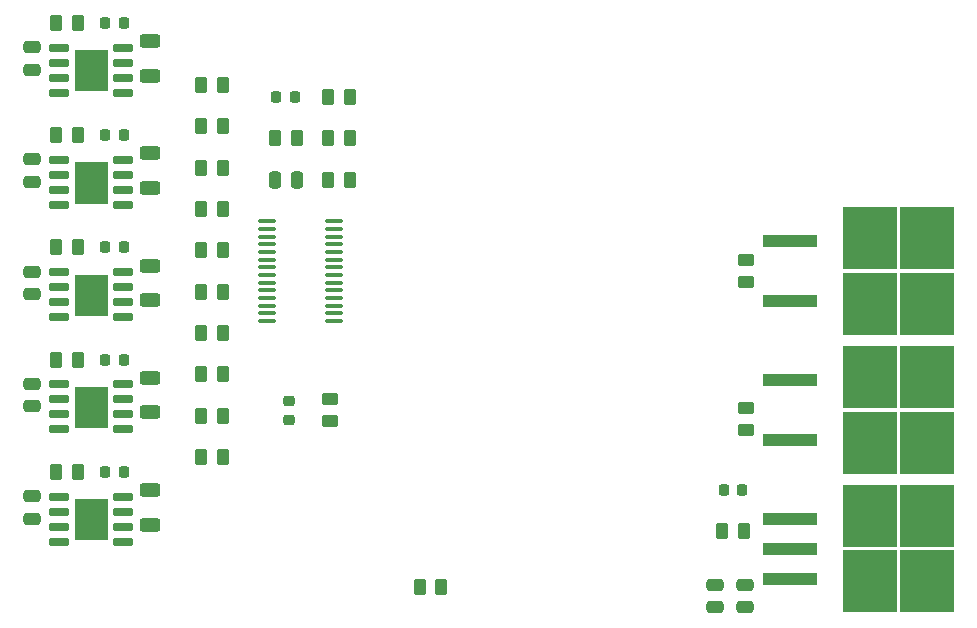
<source format=gbr>
%TF.GenerationSoftware,KiCad,Pcbnew,(6.0.9)*%
%TF.CreationDate,2023-04-06T06:38:54+10:00*%
%TF.ProjectId,Bulma,42756c6d-612e-46b6-9963-61645f706362,rev?*%
%TF.SameCoordinates,Original*%
%TF.FileFunction,Paste,Top*%
%TF.FilePolarity,Positive*%
%FSLAX46Y46*%
G04 Gerber Fmt 4.6, Leading zero omitted, Abs format (unit mm)*
G04 Created by KiCad (PCBNEW (6.0.9)) date 2023-04-06 06:38:54*
%MOMM*%
%LPD*%
G01*
G04 APERTURE LIST*
G04 Aperture macros list*
%AMRoundRect*
0 Rectangle with rounded corners*
0 $1 Rounding radius*
0 $2 $3 $4 $5 $6 $7 $8 $9 X,Y pos of 4 corners*
0 Add a 4 corners polygon primitive as box body*
4,1,4,$2,$3,$4,$5,$6,$7,$8,$9,$2,$3,0*
0 Add four circle primitives for the rounded corners*
1,1,$1+$1,$2,$3*
1,1,$1+$1,$4,$5*
1,1,$1+$1,$6,$7*
1,1,$1+$1,$8,$9*
0 Add four rect primitives between the rounded corners*
20,1,$1+$1,$2,$3,$4,$5,0*
20,1,$1+$1,$4,$5,$6,$7,0*
20,1,$1+$1,$6,$7,$8,$9,0*
20,1,$1+$1,$8,$9,$2,$3,0*%
G04 Aperture macros list end*
%ADD10C,0.010000*%
%ADD11R,4.550000X5.250000*%
%ADD12R,4.600000X1.100000*%
%ADD13RoundRect,0.250000X-0.262500X-0.450000X0.262500X-0.450000X0.262500X0.450000X-0.262500X0.450000X0*%
%ADD14RoundRect,0.250000X0.475000X-0.250000X0.475000X0.250000X-0.475000X0.250000X-0.475000X-0.250000X0*%
%ADD15RoundRect,0.250000X-0.475000X0.250000X-0.475000X-0.250000X0.475000X-0.250000X0.475000X0.250000X0*%
%ADD16RoundRect,0.006000X0.769000X0.294000X-0.769000X0.294000X-0.769000X-0.294000X0.769000X-0.294000X0*%
%ADD17RoundRect,0.250000X0.250000X0.475000X-0.250000X0.475000X-0.250000X-0.475000X0.250000X-0.475000X0*%
%ADD18RoundRect,0.250000X-0.625000X0.312500X-0.625000X-0.312500X0.625000X-0.312500X0.625000X0.312500X0*%
%ADD19RoundRect,0.218750X0.218750X0.256250X-0.218750X0.256250X-0.218750X-0.256250X0.218750X-0.256250X0*%
%ADD20RoundRect,0.250000X0.262500X0.450000X-0.262500X0.450000X-0.262500X-0.450000X0.262500X-0.450000X0*%
%ADD21RoundRect,0.250000X-0.450000X0.262500X-0.450000X-0.262500X0.450000X-0.262500X0.450000X0.262500X0*%
%ADD22RoundRect,0.218750X-0.256250X0.218750X-0.256250X-0.218750X0.256250X-0.218750X0.256250X0.218750X0*%
%ADD23RoundRect,0.250000X0.450000X-0.262500X0.450000X0.262500X-0.450000X0.262500X-0.450000X-0.262500X0*%
%ADD24RoundRect,0.100000X-0.637500X-0.100000X0.637500X-0.100000X0.637500X0.100000X-0.637500X0.100000X0*%
G04 APERTURE END LIST*
%TO.C,U2*%
G36*
X118605000Y-109200000D02*
G01*
X115895000Y-109200000D01*
X115895000Y-105800000D01*
X118605000Y-105800000D01*
X118605000Y-109200000D01*
G37*
D10*
X118605000Y-109200000D02*
X115895000Y-109200000D01*
X115895000Y-105800000D01*
X118605000Y-105800000D01*
X118605000Y-109200000D01*
%TO.C,U1*%
G36*
X118605000Y-99700000D02*
G01*
X115895000Y-99700000D01*
X115895000Y-96300000D01*
X118605000Y-96300000D01*
X118605000Y-99700000D01*
G37*
X118605000Y-99700000D02*
X115895000Y-99700000D01*
X115895000Y-96300000D01*
X118605000Y-96300000D01*
X118605000Y-99700000D01*
%TO.C,U7*%
G36*
X118605000Y-137700000D02*
G01*
X115895000Y-137700000D01*
X115895000Y-134300000D01*
X118605000Y-134300000D01*
X118605000Y-137700000D01*
G37*
X118605000Y-137700000D02*
X115895000Y-137700000D01*
X115895000Y-134300000D01*
X118605000Y-134300000D01*
X118605000Y-137700000D01*
%TO.C,U4*%
G36*
X118605000Y-128200000D02*
G01*
X115895000Y-128200000D01*
X115895000Y-124800000D01*
X118605000Y-124800000D01*
X118605000Y-128200000D01*
G37*
X118605000Y-128200000D02*
X115895000Y-128200000D01*
X115895000Y-124800000D01*
X118605000Y-124800000D01*
X118605000Y-128200000D01*
%TO.C,U3*%
G36*
X118605000Y-118700000D02*
G01*
X115895000Y-118700000D01*
X115895000Y-115300000D01*
X118605000Y-115300000D01*
X118605000Y-118700000D01*
G37*
X118605000Y-118700000D02*
X115895000Y-118700000D01*
X115895000Y-115300000D01*
X118605000Y-115300000D01*
X118605000Y-118700000D01*
%TD*%
D11*
%TO.C,U10*%
X188050000Y-141275000D03*
X183200000Y-135725000D03*
X188050000Y-135725000D03*
X183200000Y-141275000D03*
D12*
X176475000Y-135960000D03*
X176475000Y-138500000D03*
X176475000Y-141040000D03*
%TD*%
D13*
%TO.C,R16*%
X126587500Y-127250000D03*
X128412500Y-127250000D03*
%TD*%
D14*
%TO.C,C2*%
X170125000Y-143450000D03*
X170125000Y-141550000D03*
%TD*%
D15*
%TO.C,C8*%
X112250000Y-134050000D03*
X112250000Y-135950000D03*
%TD*%
D13*
%TO.C,R23*%
X137337500Y-107250000D03*
X139162500Y-107250000D03*
%TD*%
D14*
%TO.C,C1*%
X172625000Y-143450000D03*
X172625000Y-141550000D03*
%TD*%
D16*
%TO.C,U2*%
X119950000Y-109405000D03*
X119950000Y-108135000D03*
X119950000Y-106865000D03*
X119950000Y-105595000D03*
X114550000Y-105595000D03*
X114550000Y-106865000D03*
X114550000Y-108135000D03*
X114550000Y-109405000D03*
%TD*%
D17*
%TO.C,C9*%
X134700000Y-107250000D03*
X132800000Y-107250000D03*
%TD*%
D18*
%TO.C,R3*%
X122250000Y-95537500D03*
X122250000Y-98462500D03*
%TD*%
D13*
%TO.C,R14*%
X126587500Y-120250000D03*
X128412500Y-120250000D03*
%TD*%
%TO.C,R28*%
X145087500Y-141750000D03*
X146912500Y-141750000D03*
%TD*%
%TO.C,R27*%
X132837500Y-103750000D03*
X134662500Y-103750000D03*
%TD*%
D19*
%TO.C,D1*%
X172412500Y-133500000D03*
X170837500Y-133500000D03*
%TD*%
D13*
%TO.C,R15*%
X126587500Y-123750000D03*
X128412500Y-123750000D03*
%TD*%
%TO.C,R12*%
X126587500Y-113250000D03*
X128412500Y-113250000D03*
%TD*%
%TO.C,R17*%
X126587500Y-130750000D03*
X128412500Y-130750000D03*
%TD*%
D16*
%TO.C,U1*%
X119950000Y-99905000D03*
X119950000Y-98635000D03*
X119950000Y-97365000D03*
X119950000Y-96095000D03*
X114550000Y-96095000D03*
X114550000Y-97365000D03*
X114550000Y-98635000D03*
X114550000Y-99905000D03*
%TD*%
D15*
%TO.C,C4*%
X112250000Y-105550000D03*
X112250000Y-107450000D03*
%TD*%
D16*
%TO.C,U7*%
X119950000Y-137905000D03*
X119950000Y-136635000D03*
X119950000Y-135365000D03*
X119950000Y-134095000D03*
X114550000Y-134095000D03*
X114550000Y-135365000D03*
X114550000Y-136635000D03*
X114550000Y-137905000D03*
%TD*%
D15*
%TO.C,C5*%
X112250000Y-115050000D03*
X112250000Y-116950000D03*
%TD*%
D16*
%TO.C,U4*%
X119950000Y-128405000D03*
X119950000Y-127135000D03*
X119950000Y-125865000D03*
X119950000Y-124595000D03*
X114550000Y-124595000D03*
X114550000Y-125865000D03*
X114550000Y-127135000D03*
X114550000Y-128405000D03*
%TD*%
D20*
%TO.C,R26*%
X116162500Y-132000000D03*
X114337500Y-132000000D03*
%TD*%
D13*
%TO.C,R22*%
X137337500Y-103750000D03*
X139162500Y-103750000D03*
%TD*%
D18*
%TO.C,R4*%
X122250000Y-105037500D03*
X122250000Y-107962500D03*
%TD*%
D19*
%TO.C,D6*%
X120037500Y-122500000D03*
X118462500Y-122500000D03*
%TD*%
D11*
%TO.C,Q4*%
X188050000Y-112225000D03*
X183200000Y-112225000D03*
X188050000Y-117775000D03*
X183200000Y-117775000D03*
D12*
X176475000Y-112460000D03*
X176475000Y-117540000D03*
%TD*%
D13*
%TO.C,R13*%
X126587500Y-116750000D03*
X128412500Y-116750000D03*
%TD*%
D15*
%TO.C,C6*%
X112250000Y-124550000D03*
X112250000Y-126450000D03*
%TD*%
D21*
%TO.C,R10*%
X172750000Y-114087500D03*
X172750000Y-115912500D03*
%TD*%
D20*
%TO.C,R25*%
X116162500Y-122500000D03*
X114337500Y-122500000D03*
%TD*%
D19*
%TO.C,D4*%
X120037500Y-103500000D03*
X118462500Y-103500000D03*
%TD*%
D18*
%TO.C,R1*%
X122250000Y-133537500D03*
X122250000Y-136462500D03*
%TD*%
%TO.C,R5*%
X122250000Y-114537500D03*
X122250000Y-117462500D03*
%TD*%
D22*
%TO.C,D9*%
X134000000Y-126000000D03*
X134000000Y-127575000D03*
%TD*%
D13*
%TO.C,R24*%
X137337500Y-100250000D03*
X139162500Y-100250000D03*
%TD*%
D20*
%TO.C,R19*%
X116162500Y-94000000D03*
X114337500Y-94000000D03*
%TD*%
D13*
%TO.C,R7*%
X126587500Y-102750000D03*
X128412500Y-102750000D03*
%TD*%
D19*
%TO.C,D2*%
X120037500Y-94000000D03*
X118462500Y-94000000D03*
%TD*%
D20*
%TO.C,R20*%
X116162500Y-103500000D03*
X114337500Y-103500000D03*
%TD*%
D19*
%TO.C,D5*%
X120037500Y-113000000D03*
X118462500Y-113000000D03*
%TD*%
D13*
%TO.C,R8*%
X126587500Y-106250000D03*
X128412500Y-106250000D03*
%TD*%
D11*
%TO.C,Q3*%
X188050000Y-123975000D03*
X188050000Y-129525000D03*
X183200000Y-123975000D03*
X183200000Y-129525000D03*
D12*
X176475000Y-124210000D03*
X176475000Y-129290000D03*
%TD*%
D21*
%TO.C,R9*%
X172750000Y-126587500D03*
X172750000Y-128412500D03*
%TD*%
D13*
%TO.C,R11*%
X126587500Y-109750000D03*
X128412500Y-109750000D03*
%TD*%
D19*
%TO.C,D8*%
X134537500Y-100250000D03*
X132962500Y-100250000D03*
%TD*%
D23*
%TO.C,R29*%
X137500000Y-127662500D03*
X137500000Y-125837500D03*
%TD*%
D16*
%TO.C,U3*%
X119950000Y-118905000D03*
X119950000Y-117635000D03*
X119950000Y-116365000D03*
X119950000Y-115095000D03*
X114550000Y-115095000D03*
X114550000Y-116365000D03*
X114550000Y-117635000D03*
X114550000Y-118905000D03*
%TD*%
D24*
%TO.C,U8*%
X132137500Y-110775000D03*
X132137500Y-111425000D03*
X132137500Y-112075000D03*
X132137500Y-112725000D03*
X132137500Y-113375000D03*
X132137500Y-114025000D03*
X132137500Y-114675000D03*
X132137500Y-115325000D03*
X132137500Y-115975000D03*
X132137500Y-116625000D03*
X132137500Y-117275000D03*
X132137500Y-117925000D03*
X132137500Y-118575000D03*
X132137500Y-119225000D03*
X137862500Y-119225000D03*
X137862500Y-118575000D03*
X137862500Y-117925000D03*
X137862500Y-117275000D03*
X137862500Y-116625000D03*
X137862500Y-115975000D03*
X137862500Y-115325000D03*
X137862500Y-114675000D03*
X137862500Y-114025000D03*
X137862500Y-113375000D03*
X137862500Y-112725000D03*
X137862500Y-112075000D03*
X137862500Y-111425000D03*
X137862500Y-110775000D03*
%TD*%
D20*
%TO.C,R21*%
X116162500Y-113000000D03*
X114337500Y-113000000D03*
%TD*%
D13*
%TO.C,R2*%
X126587500Y-99250000D03*
X128412500Y-99250000D03*
%TD*%
%TO.C,R18*%
X170712500Y-137000000D03*
X172537500Y-137000000D03*
%TD*%
D19*
%TO.C,D7*%
X120037500Y-132000000D03*
X118462500Y-132000000D03*
%TD*%
D15*
%TO.C,C3*%
X112250000Y-96050000D03*
X112250000Y-97950000D03*
%TD*%
D18*
%TO.C,R6*%
X122250000Y-124037500D03*
X122250000Y-126962500D03*
%TD*%
M02*

</source>
